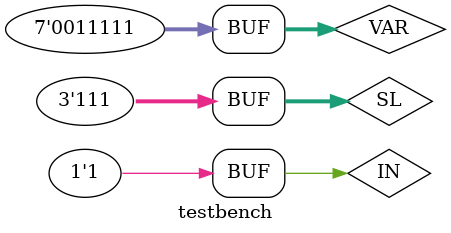
<source format=v>
`timescale 1ns / 1ps

`timescale 1ns/1ps
module testbench;
	// Outputs
	wire IN;
	wire [2:0] SL;
	wire [7:0] OUT;
	reg  [6:0]VAR;

	// Instantiate the Unit Under Test (UUT)
	DEMUX1_8 uut (
		.IN(IN), 
		.SL(SL), 
		.OUT(OUT)
	);

	initial begin
		// Initialize Inputs
		VAR = 0;
		#5;
		for(VAR=0; VAR < 5'B1_1111; VAR = VAR+1)
			begin
		#3;
      end
	end
 assign IN = VAR[0];
	assign SL = VAR[3:1];
endmodule


</source>
